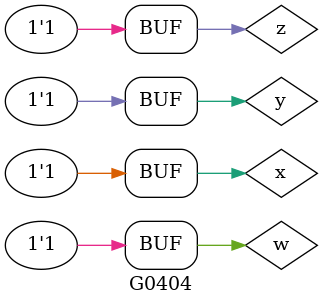
<source format=v>

module f1a (output a, input x,y,z);

	assign a = ( (x|y|~z) & (x|~y|z) & (~x|~y|z) & (~x|~y|~z) );

endmodule // f1a

module f1b (output b, input x,y,z);

	assign b = ( (x|y|z) & (x|~y|~z) & (~x|y|z) & (~x|~y|~z) );

endmodule // f1b

module f1c (output c, input x,y,z,w);

	assign c = ( (x|y|z|w) & (x|y|z|~w) & (x|y|~z|w) & (x|~y|z|w) & (x|~y|~z|w) & (~x|y|z|w) & (~x|y|~z|~w) & (~x|~y|z|w) );

endmodule // f1c

module f1d (output d, input x,y,z,w);

	assign d = ( (x|y|z|~w) & (x|y|~z|w) & (x|~y|z|w) & (x|~y|~z|~w) & (~x|y|z|w) & (~x|y|z|~w) & (~x|~y|~z|~w) );

endmodule // f1d

module f1e (output e, input x,y,z,w);

	assign e = ( (x|y|z|w) & (x|y|z|~w) & (x|y|~z|w) & (x|~y|z|w) & (x|~y|z|~w) & (~x|y|~z|w) & (~x|~y|z|~w) );

endmodule // f1e

// Acoes
module G0404;

	// Definir dados
	reg x,y,z,w;
	wire a,b,c,d,e;

	// Operacoes
	f1a F1a (a, x,y,z);
	f1b F1b (b, x,y,z);
	f1c F1c (c, x,y,z,w);
	f1d F1d (d, x,y,z,w);
	f1e F1e (e, x,y,z,w);

	// Definir valores inicias
	initial
		begin
			
			x = 1'b0;
			y = 1'b0;
			z = 1'b0;
			w = 1'b0;

		end

	initial
		begin : main
	
			$display ("\nG0404a -\n");
			
			$display ("Maxtermos: (1,2,6,7)\n");

			$monitor ("%b %b %b = %b", x, y, z, a);	
			#1 z = 1'b0;
			#1 z = 1'b1; 
			#1 z = 1'b0; y = 1'b1;
			#1 z = 1'b1; y = 1'b1;
			#1 z = 1'b0; y = 1'b0; x = 1'b1;
			#1 z = 1'b1; y = 1'b0; x = 1'b1;
			#1 z = 1'b0; y = 1'b1; x = 1'b1;
			#1 z = 1'b1; y = 1'b1; x = 1'b1;

			#15 $display ("\nG0404b -\n");
			#1  $display ("Maxtermos: (0, 3, 4, 7)\n");

			#1 x = 1'b0; y = 1'b0; z = 1'b0;

			$monitor ("%b %b %b = %b", x, y, z, b);
			#1 z = 1'b0;
			#1 z = 1'b1; 
			#1 z = 1'b0; y = 1'b1;
			#1 z = 1'b1; y = 1'b1;
			#1 z = 1'b0; y = 1'b0; x = 1'b1;
			#1 z = 1'b1; y = 1'b0; x = 1'b1;
			#1 z = 1'b0; y = 1'b1; x = 1'b1;
			#1 z = 1'b1; y = 1'b1; x = 1'b1;

			#15 $display ("\nG0404c -\n");
			#1  $display ("Maxtermos: (0, 1, 2, 4, 6, 8, 11, 12)\n");

			#1 x = 1'b0; y = 1'b0; z = 1'b0;
	
			$monitor ("%b %b %b %b = %b", x, y, z, w, c);
			#1 w = 1'b0;
			#1 w = 1'b1; 
			#1 w = 1'b0; z = 1'b1;
			#1 w = 1'b1; z = 1'b1;
			#1 w = 1'b0; z = 1'b0; y = 1'b1;
			#1 w = 1'b1; z = 1'b0; y = 1'b1;
			#1 w = 1'b0; z = 1'b1; y = 1'b1;
			#1 w = 1'b1; z = 1'b1; y = 1'b1;
			#1 w = 1'b0; z = 1'b0; y = 1'b0; x = 1'b1;
			#1 w = 1'b1; z = 1'b0; y = 1'b0; x = 1'b1;
			#1 w = 1'b0; z = 1'b1; y = 1'b0; x = 1'b1;
			#1 w = 1'b1; z = 1'b1; y = 1'b0; x = 1'b1;
			#1 w = 1'b0; z = 1'b0; y = 1'b1; x = 1'b1;
			#1 w = 1'b1; z = 1'b0; y = 1'b1; x = 1'b1;
			#1 w = 1'b0; z = 1'b1; y = 1'b1; x = 1'b1;
			#1 w = 1'b1; z = 1'b1; y = 1'b1; x = 1'b1;

			#15 $display ("\nG0404d -\n");
			#1  $display ("Maxtermos: (1, 2, 4, 7, 8, 9, 15)\n");

			#1 x = 1'b0; y = 1'b0; z = 1'b0; w = 1'b0;
	
			$monitor ("%b %b %b %b = %b", x, y, z, w, d);
			#1 w = 1'b0;
			#1 w = 1'b1; 
			#1 w = 1'b0; z = 1'b1;
			#1 w = 1'b1; z = 1'b1;
			#1 w = 1'b0; z = 1'b0; y = 1'b1;
			#1 w = 1'b1; z = 1'b0; y = 1'b1;
			#1 w = 1'b0; z = 1'b1; y = 1'b1;
			#1 w = 1'b1; z = 1'b1; y = 1'b1;
			#1 w = 1'b0; z = 1'b0; y = 1'b0; x = 1'b1;
			#1 w = 1'b1; z = 1'b0; y = 1'b0; x = 1'b1;
			#1 w = 1'b0; z = 1'b1; y = 1'b0; x = 1'b1;
			#1 w = 1'b1; z = 1'b1; y = 1'b0; x = 1'b1;
			#1 w = 1'b0; z = 1'b0; y = 1'b1; x = 1'b1;
			#1 w = 1'b1; z = 1'b0; y = 1'b1; x = 1'b1;
			#1 w = 1'b0; z = 1'b1; y = 1'b1; x = 1'b1;
			#1 w = 1'b1; z = 1'b1; y = 1'b1; x = 1'b1;

			#15 $display ("\nG0404e -\n");
			#1  $display ("Maxtermos : (0, 1, 2, 4, 5, 10, 13)\n");

			#1 x = 1'b0; y = 1'b0; z = 1'b0; w = 1'b0;

			$monitor ("%b %b %b %b = %b", x, y, z, w, e);
			#1 w = 1'b0;
			#1 w = 1'b1; 
			#1 w = 1'b0; z = 1'b1;
			#1 w = 1'b1; z = 1'b1;
			#1 w = 1'b0; z = 1'b0; y = 1'b1;
			#1 w = 1'b1; z = 1'b0; y = 1'b1;
			#1 w = 1'b0; z = 1'b1; y = 1'b1;
			#1 w = 1'b1; z = 1'b1; y = 1'b1;
			#1 w = 1'b0; z = 1'b0; y = 1'b0; x = 1'b1;
			#1 w = 1'b1; z = 1'b0; y = 1'b0; x = 1'b1;
			#1 w = 1'b0; z = 1'b1; y = 1'b0; x = 1'b1;
			#1 w = 1'b1; z = 1'b1; y = 1'b0; x = 1'b1;
			#1 w = 1'b0; z = 1'b0; y = 1'b1; x = 1'b1;
			#1 w = 1'b1; z = 1'b0; y = 1'b1; x = 1'b1;
			#1 w = 1'b0; z = 1'b1; y = 1'b1; x = 1'b1;
			#1 w = 1'b1; z = 1'b1; y = 1'b1; x = 1'b1;

		end // main

endmodule // G0404

</source>
